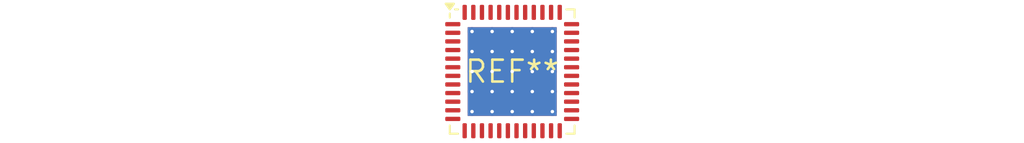
<source format=kicad_pcb>
(kicad_pcb (version 20240108) (generator pcbnew)
  (layers (0 "F.Cu" signal) (31 "B.Cu" signal) (34 "B.Paste" user) (35 "F.Paste" user) (36 "B.SilkS" user "B.Silkscreen") (37 "F.SilkS" user "F.Silkscreen") (38 "B.Mask" user) (39 "F.Mask" user) (44 "Edge.Cuts" user))
  (net 0 "")
  (footprint "VQFN-48-1EP_7x7mm_P0.5mm_EP5.15x5.15mm_ThermalVias" (layer "F.Cu") (at 0 0)
    (property "Reference" "REF**")
    (property "Value" "VQFN-48-1EP_7x7mm_P0.5mm_EP5.15x5.15mm_ThermalVias")
    (fp_line (start -3.61 -3.135) (end -3.61 -3.37) (layer "F.SilkS") (stroke (width 0.12)))
    (fp_line (start -3.61 3.61) (end -3.61 3.135) (layer "F.SilkS") (stroke (width 0.12)))
    (fp_line (start -3.135 -3.61) (end -3.31 -3.61) (layer "F.SilkS") (stroke (width 0.12)))
    (fp_line (start -3.135 3.61) (end -3.61 3.61) (layer "F.SilkS") (stroke (width 0.12)))
    (fp_line (start 3.135 -3.61) (end 3.61 -3.61) (layer "F.SilkS") (stroke (width 0.12)))
    (fp_line (start 3.135 3.61) (end 3.61 3.61) (layer "F.SilkS") (stroke (width 0.12)))
    (fp_line (start 3.61 -3.61) (end 3.61 -3.135) (layer "F.SilkS") (stroke (width 0.12)))
    (fp_line (start 3.61 3.61) (end 3.61 3.135) (layer "F.SilkS") (stroke (width 0.12)))
    (fp_poly (pts (xy -3.61 -3.61) (xy -3.85 -3.94) (xy -3.37 -3.94) (xy -3.61 -3.61)) (layer "F.SilkS") (stroke (width 0.12)) (fill solid))
    (pad "1" smd roundrect (at -3.4375 -2.75) (size 0.875 0.25) (layers "F.Cu" "F.Paste" "F.Mask"))
    (pad "2" smd roundrect (at -3.4375 -2.25) (size 0.875 0.25) (layers "F.Cu" "F.Paste" "F.Mask"))
    (pad "3" smd roundrect (at -3.4375 -1.75) (size 0.875 0.25) (layers "F.Cu" "F.Paste" "F.Mask"))
    (pad "4" smd roundrect (at -3.4375 -1.25) (size 0.875 0.25) (layers "F.Cu" "F.Paste" "F.Mask"))
    (pad "5" smd roundrect (at -3.4375 -0.75) (size 0.875 0.25) (layers "F.Cu" "F.Paste" "F.Mask"))
    (pad "6" smd roundrect (at -3.4375 -0.25) (size 0.875 0.25) (layers "F.Cu" "F.Paste" "F.Mask"))
    (pad "7" smd roundrect (at -3.4375 0.25) (size 0.875 0.25) (layers "F.Cu" "F.Paste" "F.Mask"))
    (pad "8" smd roundrect (at -3.4375 0.75) (size 0.875 0.25) (layers "F.Cu" "F.Paste" "F.Mask"))
    (pad "9" smd roundrect (at -3.4375 1.25) (size 0.875 0.25) (layers "F.Cu" "F.Paste" "F.Mask"))
    (pad "10" smd roundrect (at -3.4375 1.75) (size 0.875 0.25) (layers "F.Cu" "F.Paste" "F.Mask"))
    (pad "11" smd roundrect (at -3.4375 2.25) (size 0.875 0.25) (layers "F.Cu" "F.Paste" "F.Mask"))
    (pad "12" smd roundrect (at -3.4375 2.75) (size 0.875 0.25) (layers "F.Cu" "F.Paste" "F.Mask"))
    (pad "13" smd roundrect (at -2.75 3.4375) (size 0.25 0.875) (layers "F.Cu" "F.Paste" "F.Mask"))
    (pad "14" smd roundrect (at -2.25 3.4375) (size 0.25 0.875) (layers "F.Cu" "F.Paste" "F.Mask"))
    (pad "15" smd roundrect (at -1.75 3.4375) (size 0.25 0.875) (layers "F.Cu" "F.Paste" "F.Mask"))
    (pad "16" smd roundrect (at -1.25 3.4375) (size 0.25 0.875) (layers "F.Cu" "F.Paste" "F.Mask"))
    (pad "17" smd roundrect (at -0.75 3.4375) (size 0.25 0.875) (layers "F.Cu" "F.Paste" "F.Mask"))
    (pad "18" smd roundrect (at -0.25 3.4375) (size 0.25 0.875) (layers "F.Cu" "F.Paste" "F.Mask"))
    (pad "19" smd roundrect (at 0.25 3.4375) (size 0.25 0.875) (layers "F.Cu" "F.Paste" "F.Mask"))
    (pad "20" smd roundrect (at 0.75 3.4375) (size 0.25 0.875) (layers "F.Cu" "F.Paste" "F.Mask"))
    (pad "21" smd roundrect (at 1.25 3.4375) (size 0.25 0.875) (layers "F.Cu" "F.Paste" "F.Mask"))
    (pad "22" smd roundrect (at 1.75 3.4375) (size 0.25 0.875) (layers "F.Cu" "F.Paste" "F.Mask"))
    (pad "23" smd roundrect (at 2.25 3.4375) (size 0.25 0.875) (layers "F.Cu" "F.Paste" "F.Mask"))
    (pad "24" smd roundrect (at 2.75 3.4375) (size 0.25 0.875) (layers "F.Cu" "F.Paste" "F.Mask"))
    (pad "25" smd roundrect (at 3.4375 2.75) (size 0.875 0.25) (layers "F.Cu" "F.Paste" "F.Mask"))
    (pad "26" smd roundrect (at 3.4375 2.25) (size 0.875 0.25) (layers "F.Cu" "F.Paste" "F.Mask"))
    (pad "27" smd roundrect (at 3.4375 1.75) (size 0.875 0.25) (layers "F.Cu" "F.Paste" "F.Mask"))
    (pad "28" smd roundrect (at 3.4375 1.25) (size 0.875 0.25) (layers "F.Cu" "F.Paste" "F.Mask"))
    (pad "29" smd roundrect (at 3.4375 0.75) (size 0.875 0.25) (layers "F.Cu" "F.Paste" "F.Mask"))
    (pad "30" smd roundrect (at 3.4375 0.25) (size 0.875 0.25) (layers "F.Cu" "F.Paste" "F.Mask"))
    (pad "31" smd roundrect (at 3.4375 -0.25) (size 0.875 0.25) (layers "F.Cu" "F.Paste" "F.Mask"))
    (pad "32" smd roundrect (at 3.4375 -0.75) (size 0.875 0.25) (layers "F.Cu" "F.Paste" "F.Mask"))
    (pad "33" smd roundrect (at 3.4375 -1.25) (size 0.875 0.25) (layers "F.Cu" "F.Paste" "F.Mask"))
    (pad "34" smd roundrect (at 3.4375 -1.75) (size 0.875 0.25) (layers "F.Cu" "F.Paste" "F.Mask"))
    (pad "35" smd roundrect (at 3.4375 -2.25) (size 0.875 0.25) (layers "F.Cu" "F.Paste" "F.Mask"))
    (pad "36" smd roundrect (at 3.4375 -2.75) (size 0.875 0.25) (layers "F.Cu" "F.Paste" "F.Mask"))
    (pad "37" smd roundrect (at 2.75 -3.4375) (size 0.25 0.875) (layers "F.Cu" "F.Paste" "F.Mask"))
    (pad "38" smd roundrect (at 2.25 -3.4375) (size 0.25 0.875) (layers "F.Cu" "F.Paste" "F.Mask"))
    (pad "39" smd roundrect (at 1.75 -3.4375) (size 0.25 0.875) (layers "F.Cu" "F.Paste" "F.Mask"))
    (pad "40" smd roundrect (at 1.25 -3.4375) (size 0.25 0.875) (layers "F.Cu" "F.Paste" "F.Mask"))
    (pad "41" smd roundrect (at 0.75 -3.4375) (size 0.25 0.875) (layers "F.Cu" "F.Paste" "F.Mask"))
    (pad "42" smd roundrect (at 0.25 -3.4375) (size 0.25 0.875) (layers "F.Cu" "F.Paste" "F.Mask"))
    (pad "43" smd roundrect (at -0.25 -3.4375) (size 0.25 0.875) (layers "F.Cu" "F.Paste" "F.Mask"))
    (pad "44" smd roundrect (at -0.75 -3.4375) (size 0.25 0.875) (layers "F.Cu" "F.Paste" "F.Mask"))
    (pad "45" smd roundrect (at -1.25 -3.4375) (size 0.25 0.875) (layers "F.Cu" "F.Paste" "F.Mask"))
    (pad "46" smd roundrect (at -1.75 -3.4375) (size 0.25 0.875) (layers "F.Cu" "F.Paste" "F.Mask"))
    (pad "47" smd roundrect (at -2.25 -3.4375) (size 0.25 0.875) (layers "F.Cu" "F.Paste" "F.Mask"))
    (pad "48" smd roundrect (at -2.75 -3.4375) (size 0.25 0.875) (layers "F.Cu" "F.Paste" "F.Mask"))
    (pad "49" thru_hole circle (at -2.325 -2.325) (size 0.5 0.5) (drill 0.2) (property pad_prop_heatsink) (layers *.Cu) (remove_unused_layers))
    (pad "49" thru_hole circle (at -2.325 -1.1625) (size 0.5 0.5) (drill 0.2) (property pad_prop_heatsink) (layers *.Cu) (remove_unused_layers))
    (pad "49" thru_hole circle (at -2.325 0) (size 0.5 0.5) (drill 0.2) (property pad_prop_heatsink) (layers *.Cu) (remove_unused_layers))
    (pad "49" thru_hole circle (at -2.325 1.1625) (size 0.5 0.5) (drill 0.2) (property pad_prop_heatsink) (layers *.Cu) (remove_unused_layers))
    (pad "49" thru_hole circle (at -2.325 2.325) (size 0.5 0.5) (drill 0.2) (property pad_prop_heatsink) (layers *.Cu) (remove_unused_layers))
    (pad "49" thru_hole circle (at -1.1625 -2.325) (size 0.5 0.5) (drill 0.2) (property pad_prop_heatsink) (layers *.Cu) (remove_unused_layers))
    (pad "49" thru_hole circle (at -1.1625 -1.1625) (size 0.5 0.5) (drill 0.2) (property pad_prop_heatsink) (layers *.Cu) (remove_unused_layers))
    (pad "49" thru_hole circle (at -1.1625 0) (size 0.5 0.5) (drill 0.2) (property pad_prop_heatsink) (layers *.Cu) (remove_unused_layers))
    (pad "49" thru_hole circle (at -1.1625 1.1625) (size 0.5 0.5) (drill 0.2) (property pad_prop_heatsink) (layers *.Cu) (remove_unused_layers))
    (pad "49" thru_hole circle (at -1.1625 2.325) (size 0.5 0.5) (drill 0.2) (property pad_prop_heatsink) (layers *.Cu) (remove_unused_layers))
    (pad "49" thru_hole circle (at 0 -2.325) (size 0.5 0.5) (drill 0.2) (property pad_prop_heatsink) (layers *.Cu) (remove_unused_layers))
    (pad "49" thru_hole circle (at 0 -1.1625) (size 0.5 0.5) (drill 0.2) (property pad_prop_heatsink) (layers *.Cu) (remove_unused_layers))
    (pad "49" thru_hole circle (at 0 0) (size 0.5 0.5) (drill 0.2) (property pad_prop_heatsink) (layers *.Cu) (remove_unused_layers))
    (pad "49" smd rect (at 0 0) (size 5.15 5.15) (property pad_prop_heatsink) (layers "F.Cu" "F.Mask"))
    (pad "49" smd rect (at 0 0) (size 5.15 5.15) (property pad_prop_heatsink) (layers "B.Cu"))
    (pad "49" thru_hole circle (at 0 1.1625) (size 0.5 0.5) (drill 0.2) (property pad_prop_heatsink) (layers *.Cu) (remove_unused_layers))
    (pad "49" thru_hole circle (at 0 2.325) (size 0.5 0.5) (drill 0.2) (property pad_prop_heatsink) (layers *.Cu) (remove_unused_layers))
    (pad "49" thru_hole circle (at 1.1625 -2.325) (size 0.5 0.5) (drill 0.2) (property pad_prop_heatsink) (layers *.Cu) (remove_unused_layers))
    (pad "49" thru_hole circle (at 1.1625 -1.1625) (size 0.5 0.5) (drill 0.2) (property pad_prop_heatsink) (layers *.Cu) (remove_unused_layers))
    (pad "49" thru_hole circle (at 1.1625 0) (size 0.5 0.5) (drill 0.2) (property pad_prop_heatsink) (layers *.Cu) (remove_unused_layers))
    (pad "49" thru_hole circle (at 1.1625 1.1625) (size 0.5 0.5) (drill 0.2) (property pad_prop_heatsink) (layers *.Cu) (remove_unused_layers))
    (pad "49" thru_hole circle (at 1.1625 2.325) (size 0.5 0.5) (drill 0.2) (property pad_prop_heatsink) (layers *.Cu) (remove_unused_layers))
    (pad "49" thru_hole circle (at 2.325 -2.325) (size 0.5 0.5) (drill 0.2) (property pad_prop_heatsink) (layers *.Cu) (remove_unused_layers))
    (pad "49" thru_hole circle (at 2.325 -1.1625) (size 0.5 0.5) (drill 0.2) (property pad_prop_heatsink) (layers *.Cu) (remove_unused_layers))
    (pad "49" thru_hole circle (at 2.325 0) (size 0.5 0.5) (drill 0.2) (property pad_prop_heatsink) (layers *.Cu) (remove_unused_layers))
    (pad "49" thru_hole circle (at 2.325 1.1625) (size 0.5 0.5) (drill 0.2) (property pad_prop_heatsink) (layers *.Cu) (remove_unused_layers))
    (pad "49" thru_hole circle (at 2.325 2.325) (size 0.5 0.5) (drill 0.2) (property pad_prop_heatsink) (layers *.Cu) (remove_unused_layers))
  )
)
</source>
